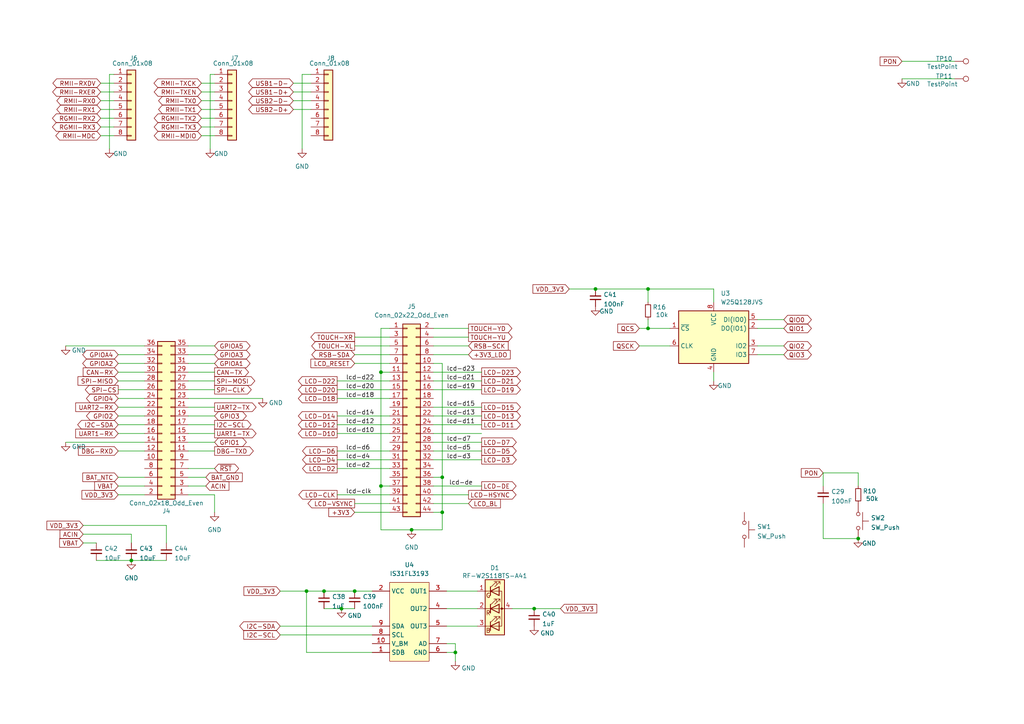
<source format=kicad_sch>
(kicad_sch (version 20250114) (generator "eeschema") (generator_version "9.0")
  (paper "A4")
  (lib_symbols
    (symbol "Connector:TestPoint" (pin_numbers (hide yes)) (pin_names (offset 0.762) (hide yes))
      (property "Reference" "TP" (at 0 6.858 0))
      (property "Value" "TestPoint" (at 0 5.08 0))
      (symbol "TestPoint_0_1"
        (circle (center 0 3.302) (radius 0.762))
      )
      (symbol "TestPoint_1_1"
        (pin passive line (at 0 0 90) (length 2.54) (name "1") (number "1"))
      )
    )
    (symbol "Connector_Generic:Conn_01x08" (pin_names (offset 1.016) (hide yes))
      (property "Reference" "J" (at 0 10.16 0))
      (property "Value" "Conn_01x08" (at 0 -12.7 0))
      (symbol "Conn_01x08_1_1"
        (rectangle (start -1.27 8.89) (end 1.27 -11.43) (stroke (width 0.254)) (fill (type background)))
        (rectangle (start -1.27 7.747) (end 0 7.493) (stroke (width 0.1524)))
        (rectangle (start -1.27 5.207) (end 0 4.953) (stroke (width 0.1524)))
        (rectangle (start -1.27 2.667) (end 0 2.413) (stroke (width 0.1524)))
        (rectangle (start -1.27 0.127) (end 0 -0.127) (stroke (width 0.1524)))
        (rectangle (start -1.27 -2.413) (end 0 -2.667) (stroke (width 0.1524)))
        (rectangle (start -1.27 -4.953) (end 0 -5.207) (stroke (width 0.1524)))
        (rectangle (start -1.27 -7.493) (end 0 -7.747) (stroke (width 0.1524)))
        (rectangle (start -1.27 -10.033) (end 0 -10.287) (stroke (width 0.1524)))
        (pin passive line (at -5.08 7.62 0) (length 3.81) (name "Pin_1") (number "1"))
        (pin passive line (at -5.08 5.08 0) (length 3.81) (name "Pin_2") (number "2"))
        (pin passive line (at -5.08 2.54 0) (length 3.81) (name "Pin_3") (number "3"))
        (pin passive line (at -5.08 0 0) (length 3.81) (name "Pin_4") (number "4"))
        (pin passive line (at -5.08 -2.54 0) (length 3.81) (name "Pin_5") (number "5"))
        (pin passive line (at -5.08 -5.08 0) (length 3.81) (name "Pin_6") (number "6"))
        (pin passive line (at -5.08 -7.62 0) (length 3.81) (name "Pin_7") (number "7"))
        (pin passive line (at -5.08 -10.16 0) (length 3.81) (name "Pin_8") (number "8"))
      )
    )
    (symbol "Connector_Generic:Conn_02x18_Odd_Even" (pin_names (offset 1.016) (hide yes))
      (property "Reference" "J" (at 1.27 22.86 0))
      (property "Value" "Conn_02x18_Odd_Even" (at 1.27 -25.4 0))
      (symbol "Conn_02x18_Odd_Even_1_1"
        (rectangle (start -1.27 21.59) (end 3.81 -24.13) (stroke (width 0.254)) (fill (type background)))
        (rectangle (start -1.27 20.447) (end 0 20.193) (stroke (width 0.1524)))
        (rectangle (start -1.27 17.907) (end 0 17.653) (stroke (width 0.1524)))
        (rectangle (start -1.27 15.367) (end 0 15.113) (stroke (width 0.1524)))
        (rectangle (start -1.27 12.827) (end 0 12.573) (stroke (width 0.1524)))
        (rectangle (start -1.27 10.287) (end 0 10.033) (stroke (width 0.1524)))
        (rectangle (start -1.27 7.747) (end 0 7.493) (stroke (width 0.1524)))
        (rectangle (start -1.27 5.207) (end 0 4.953) (stroke (width 0.1524)))
        (rectangle (start -1.27 2.667) (end 0 2.413) (stroke (width 0.1524)))
        (rectangle (start -1.27 0.127) (end 0 -0.127) (stroke (width 0.1524)))
        (rectangle (start -1.27 -2.413) (end 0 -2.667) (stroke (width 0.1524)))
        (rectangle (start -1.27 -4.953) (end 0 -5.207) (stroke (width 0.1524)))
        (rectangle (start -1.27 -7.493) (end 0 -7.747) (stroke (width 0.1524)))
        (rectangle (start -1.27 -10.033) (end 0 -10.287) (stroke (width 0.1524)))
        (rectangle (start -1.27 -12.573) (end 0 -12.827) (stroke (width 0.1524)))
        (rectangle (start -1.27 -15.113) (end 0 -15.367) (stroke (width 0.1524)))
        (rectangle (start -1.27 -17.653) (end 0 -17.907) (stroke (width 0.1524)))
        (rectangle (start -1.27 -20.193) (end 0 -20.447) (stroke (width 0.1524)))
        (rectangle (start -1.27 -22.733) (end 0 -22.987) (stroke (width 0.1524)))
        (rectangle (start 3.81 20.447) (end 2.54 20.193) (stroke (width 0.1524)))
        (rectangle (start 3.81 17.907) (end 2.54 17.653) (stroke (width 0.1524)))
        (rectangle (start 3.81 15.367) (end 2.54 15.113) (stroke (width 0.1524)))
        (rectangle (start 3.81 12.827) (end 2.54 12.573) (stroke (width 0.1524)))
        (rectangle (start 3.81 10.287) (end 2.54 10.033) (stroke (width 0.1524)))
        (rectangle (start 3.81 7.747) (end 2.54 7.493) (stroke (width 0.1524)))
        (rectangle (start 3.81 5.207) (end 2.54 4.953) (stroke (width 0.1524)))
        (rectangle (start 3.81 2.667) (end 2.54 2.413) (stroke (width 0.1524)))
        (rectangle (start 3.81 0.127) (end 2.54 -0.127) (stroke (width 0.1524)))
        (rectangle (start 3.81 -2.413) (end 2.54 -2.667) (stroke (width 0.1524)))
        (rectangle (start 3.81 -4.953) (end 2.54 -5.207) (stroke (width 0.1524)))
        (rectangle (start 3.81 -7.493) (end 2.54 -7.747) (stroke (width 0.1524)))
        (rectangle (start 3.81 -10.033) (end 2.54 -10.287) (stroke (width 0.1524)))
        (rectangle (start 3.81 -12.573) (end 2.54 -12.827) (stroke (width 0.1524)))
        (rectangle (start 3.81 -15.113) (end 2.54 -15.367) (stroke (width 0.1524)))
        (rectangle (start 3.81 -17.653) (end 2.54 -17.907) (stroke (width 0.1524)))
        (rectangle (start 3.81 -20.193) (end 2.54 -20.447) (stroke (width 0.1524)))
        (rectangle (start 3.81 -22.733) (end 2.54 -22.987) (stroke (width 0.1524)))
        (pin passive line (at -5.08 20.32 0) (length 3.81) (name "Pin_1") (number "1"))
        (pin passive line (at -5.08 17.78 0) (length 3.81) (name "Pin_3") (number "3"))
        (pin passive line (at -5.08 15.24 0) (length 3.81) (name "Pin_5") (number "5"))
        (pin passive line (at -5.08 12.7 0) (length 3.81) (name "Pin_7") (number "7"))
        (pin passive line (at -5.08 10.16 0) (length 3.81) (name "Pin_9") (number "9"))
        (pin passive line (at -5.08 7.62 0) (length 3.81) (name "Pin_11") (number "11"))
        (pin passive line (at -5.08 5.08 0) (length 3.81) (name "Pin_13") (number "13"))
        (pin passive line (at -5.08 2.54 0) (length 3.81) (name "Pin_15") (number "15"))
        (pin passive line (at -5.08 0 0) (length 3.81) (name "Pin_17") (number "17"))
        (pin passive line (at -5.08 -2.54 0) (length 3.81) (name "Pin_19") (number "19"))
        (pin passive line (at -5.08 -5.08 0) (length 3.81) (name "Pin_21") (number "21"))
        (pin passive line (at -5.08 -7.62 0) (length 3.81) (name "Pin_23") (number "23"))
        (pin passive line (at -5.08 -10.16 0) (length 3.81) (name "Pin_25") (number "25"))
        (pin passive line (at -5.08 -12.7 0) (length 3.81) (name "Pin_27") (number "27"))
        (pin passive line (at -5.08 -15.24 0) (length 3.81) (name "Pin_29") (number "29"))
        (pin passive line (at -5.08 -17.78 0) (length 3.81) (name "Pin_31") (number "31"))
        (pin passive line (at -5.08 -20.32 0) (length 3.81) (name "Pin_33") (number "33"))
        (pin passive line (at -5.08 -22.86 0) (length 3.81) (name "Pin_35") (number "35"))
        (pin passive line (at 7.62 20.32 180) (length 3.81) (name "Pin_2") (number "2"))
        (pin passive line (at 7.62 17.78 180) (length 3.81) (name "Pin_4") (number "4"))
        (pin passive line (at 7.62 15.24 180) (length 3.81) (name "Pin_6") (number "6"))
        (pin passive line (at 7.62 12.7 180) (length 3.81) (name "Pin_8") (number "8"))
        (pin passive line (at 7.62 10.16 180) (length 3.81) (name "Pin_10") (number "10"))
        (pin passive line (at 7.62 7.62 180) (length 3.81) (name "Pin_12") (number "12"))
        (pin passive line (at 7.62 5.08 180) (length 3.81) (name "Pin_14") (number "14"))
        (pin passive line (at 7.62 2.54 180) (length 3.81) (name "Pin_16") (number "16"))
        (pin passive line (at 7.62 0 180) (length 3.81) (name "Pin_18") (number "18"))
        (pin passive line (at 7.62 -2.54 180) (length 3.81) (name "Pin_20") (number "20"))
        (pin passive line (at 7.62 -5.08 180) (length 3.81) (name "Pin_22") (number "22"))
        (pin passive line (at 7.62 -7.62 180) (length 3.81) (name "Pin_24") (number "24"))
        (pin passive line (at 7.62 -10.16 180) (length 3.81) (name "Pin_26") (number "26"))
        (pin passive line (at 7.62 -12.7 180) (length 3.81) (name "Pin_28") (number "28"))
        (pin passive line (at 7.62 -15.24 180) (length 3.81) (name "Pin_30") (number "30"))
        (pin passive line (at 7.62 -17.78 180) (length 3.81) (name "Pin_32") (number "32"))
        (pin passive line (at 7.62 -20.32 180) (length 3.81) (name "Pin_34") (number "34"))
        (pin passive line (at 7.62 -22.86 180) (length 3.81) (name "Pin_36") (number "36"))
      )
    )
    (symbol "Connector_Generic:Conn_02x22_Odd_Even" (pin_names (offset 1.016) (hide yes))
      (property "Reference" "J" (at 1.27 27.94 0))
      (property "Value" "Conn_02x22_Odd_Even" (at 1.27 -30.48 0))
      (symbol "Conn_02x22_Odd_Even_1_1"
        (rectangle (start -1.27 26.67) (end 3.81 -29.21) (stroke (width 0.254)) (fill (type background)))
        (rectangle (start -1.27 25.527) (end 0 25.273) (stroke (width 0.1524)))
        (rectangle (start -1.27 22.987) (end 0 22.733) (stroke (width 0.1524)))
        (rectangle (start -1.27 20.447) (end 0 20.193) (stroke (width 0.1524)))
        (rectangle (start -1.27 17.907) (end 0 17.653) (stroke (width 0.1524)))
        (rectangle (start -1.27 15.367) (end 0 15.113) (stroke (width 0.1524)))
        (rectangle (start -1.27 12.827) (end 0 12.573) (stroke (width 0.1524)))
        (rectangle (start -1.27 10.287) (end 0 10.033) (stroke (width 0.1524)))
        (rectangle (start -1.27 7.747) (end 0 7.493) (stroke (width 0.1524)))
        (rectangle (start -1.27 5.207) (end 0 4.953) (stroke (width 0.1524)))
        (rectangle (start -1.27 2.667) (end 0 2.413) (stroke (width 0.1524)))
        (rectangle (start -1.27 0.127) (end 0 -0.127) (stroke (width 0.1524)))
        (rectangle (start -1.27 -2.413) (end 0 -2.667) (stroke (width 0.1524)))
        (rectangle (start -1.27 -4.953) (end 0 -5.207) (stroke (width 0.1524)))
        (rectangle (start -1.27 -7.493) (end 0 -7.747) (stroke (width 0.1524)))
        (rectangle (start -1.27 -10.033) (end 0 -10.287) (stroke (width 0.1524)))
        (rectangle (start -1.27 -12.573) (end 0 -12.827) (stroke (width 0.1524)))
        (rectangle (start -1.27 -15.113) (end 0 -15.367) (stroke (width 0.1524)))
        (rectangle (start -1.27 -17.653) (end 0 -17.907) (stroke (width 0.1524)))
        (rectangle (start -1.27 -20.193) (end 0 -20.447) (stroke (width 0.1524)))
        (rectangle (start -1.27 -22.733) (end 0 -22.987) (stroke (width 0.1524)))
        (rectangle (start -1.27 -25.273) (end 0 -25.527) (stroke (width 0.1524)))
        (rectangle (start -1.27 -27.813) (end 0 -28.067) (stroke (width 0.1524)))
        (rectangle (start 3.81 25.527) (end 2.54 25.273) (stroke (width 0.1524)))
        (rectangle (start 3.81 22.987) (end 2.54 22.733) (stroke (width 0.1524)))
        (rectangle (start 3.81 20.447) (end 2.54 20.193) (stroke (width 0.1524)))
        (rectangle (start 3.81 17.907) (end 2.54 17.653) (stroke (width 0.1524)))
        (rectangle (start 3.81 15.367) (end 2.54 15.113) (stroke (width 0.1524)))
        (rectangle (start 3.81 12.827) (end 2.54 12.573) (stroke (width 0.1524)))
        (rectangle (start 3.81 10.287) (end 2.54 10.033) (stroke (width 0.1524)))
        (rectangle (start 3.81 7.747) (end 2.54 7.493) (stroke (width 0.1524)))
        (rectangle (start 3.81 5.207) (end 2.54 4.953) (stroke (width 0.1524)))
        (rectangle (start 3.81 2.667) (end 2.54 2.413) (stroke (width 0.1524)))
        (rectangle (start 3.81 0.127) (end 2.54 -0.127) (stroke (width 0.1524)))
        (rectangle (start 3.81 -2.413) (end 2.54 -2.667) (stroke (width 0.1524)))
        (rectangle (start 3.81 -4.953) (end 2.54 -5.207) (stroke (width 0.1524)))
        (rectangle (start 3.81 -7.493) (end 2.54 -7.747) (stroke (width 0.1524)))
        (rectangle (start 3.81 -10.033) (end 2.54 -10.287) (stroke (width 0.1524)))
        (rectangle (start 3.81 -12.573) (end 2.54 -12.827) (stroke (width 0.1524)))
        (rectangle (start 3.81 -15.113) (end 2.54 -15.367) (stroke (width 0.1524)))
        (rectangle (start 3.81 -17.653) (end 2.54 -17.907) (stroke (width 0.1524)))
        (rectangle (start 3.81 -20.193) (end 2.54 -20.447) (stroke (width 0.1524)))
        (rectangle (start 3.81 -22.733) (end 2.54 -22.987) (stroke (width 0.1524)))
        (rectangle (start 3.81 -25.273) (end 2.54 -25.527) (stroke (width 0.1524)))
        (rectangle (start 3.81 -27.813) (end 2.54 -28.067) (stroke (width 0.1524)))
        (pin passive line (at -5.08 25.4 0) (length 3.81) (name "Pin_1") (number "1"))
        (pin passive line (at -5.08 22.86 0) (length 3.81) (name "Pin_3") (number "3"))
        (pin passive line (at -5.08 20.32 0) (length 3.81) (name "Pin_5") (number "5"))
        (pin passive line (at -5.08 17.78 0) (length 3.81) (name "Pin_7") (number "7"))
        (pin passive line (at -5.08 15.24 0) (length 3.81) (name "Pin_9") (number "9"))
        (pin passive line (at -5.08 12.7 0) (length 3.81) (name "Pin_11") (number "11"))
        (pin passive line (at -5.08 10.16 0) (length 3.81) (name "Pin_13") (number "13"))
        (pin passive line (at -5.08 7.62 0) (length 3.81) (name "Pin_15") (number "15"))
        (pin passive line (at -5.08 5.08 0) (length 3.81) (name "Pin_17") (number "17"))
        (pin passive line (at -5.08 2.54 0) (length 3.81) (name "Pin_19") (number "19"))
        (pin passive line (at -5.08 0 0) (length 3.81) (name "Pin_21") (number "21"))
        (pin passive line (at -5.08 -2.54 0) (length 3.81) (name "Pin_23") (number "23"))
        (pin passive line (at -5.08 -5.08 0) (length 3.81) (name "Pin_25") (number "25"))
        (pin passive line (at -5.08 -7.62 0) (length 3.81) (name "Pin_27") (number "27"))
        (pin passive line (at -5.08 -10.16 0) (length 3.81) (name "Pin_29") (number "29"))
        (pin passive line (at -5.08 -12.7 0) (length 3.81) (name "Pin_31") (number "31"))
        (pin passive line (at -5.08 -15.24 0) (length 3.81) (name "Pin_33") (number "33"))
        (pin passive line (at -5.08 -17.78 0) (length 3.81) (name "Pin_35") (number "35"))
        (pin passive line (at -5.08 -20.32 0) (length 3.81) (name "Pin_37") (number "37"))
        (pin passive line (at -5.08 -22.86 0) (length 3.81) (name "Pin_39") (number "39"))
        (pin passive line (at -5.08 -25.4 0) (length 3.81) (name "Pin_41") (number "41"))
        (pin passive line (at -5.08 -27.94 0) (length 3.81) (name "Pin_43") (number "43"))
        (pin passive line (at 7.62 25.4 180) (length 3.81) (name "Pin_2") (number "2"))
        (pin passive line (at 7.62 22.86 180) (length 3.81) (name "Pin_4") (number "4"))
        (pin passive line (at 7.62 20.32 180) (length 3.81) (name "Pin_6") (number "6"))
        (pin passive line (at 7.62 17.78 180) (length 3.81) (name "Pin_8") (number "8"))
        (pin passive line (at 7.62 15.24 180) (length 3.81) (name "Pin_10") (number "10"))
        (pin passive line (at 7.62 12.7 180) (length 3.81) (name "Pin_12") (number "12"))
        (pin passive line (at 7.62 10.16 180) (length 3.81) (name "Pin_14") (number "14"))
        (pin passive line (at 7.62 7.62 180) (length 3.81) (name "Pin_16") (number "16"))
        (pin passive line (at 7.62 5.08 180) (length 3.81) (name "Pin_18") (number "18"))
        (pin passive line (at 7.62 2.54 180) (length 3.81) (name "Pin_20") (number "20"))
        (pin passive line (at 7.62 0 180) (length 3.81) (name "Pin_22") (number "22"))
        (pin passive line (at 7.62 -2.54 180) (length 3.81) (name "Pin_24") (number "24"))
        (pin passive line (at 7.62 -5.08 180) (length 3.81) (name "Pin_26") (number "26"))
        (pin passive line (at 7.62 -7.62 180) (length 3.81) (name "Pin_28") (number "28"))
        (pin passive line (at 7.62 -10.16 180) (length 3.81) (name "Pin_30") (number "30"))
        (pin passive line (at 7.62 -12.7 180) (length 3.81) (name "Pin_32") (number "32"))
        (pin passive line (at 7.62 -15.24 180) (length 3.81) (name "Pin_34") (number "34"))
        (pin passive line (at 7.62 -17.78 180) (length 3.81) (name "Pin_36") (number "36"))
        (pin passive line (at 7.62 -20.32 180) (length 3.81) (name "Pin_38") (number "38"))
        (pin passive line (at 7.62 -22.86 180) (length 3.81) (name "Pin_40") (number "40"))
        (pin passive line (at 7.62 -25.4 180) (length 3.81) (name "Pin_42") (number "42"))
        (pin passive line (at 7.62 -27.94 180) (length 3.81) (name "Pin_44") (number "44"))
      )
    )
    (symbol "Device:C_Small" (pin_numbers (hide yes)) (pin_names (offset 0.254) (hide yes))
      (property "Reference" "C" (at 0.254 1.778 0))
      (property "Value" "C_Small" (at 0.254 -2.032 0))
      (symbol "C_Small_0_1"
        (polyline (pts (xy -1.524 0.508) (xy 1.524 0.508)) (stroke (width 0.3048)))
        (polyline (pts (xy -1.524 -0.508) (xy 1.524 -0.508)) (stroke (width 0.3302)))
      )
      (symbol "C_Small_1_1"
        (pin passive line (at 0 2.54 270) (length 2.032) (name "~") (number "1"))
        (pin passive line (at 0 -2.54 90) (length 2.032) (name "~") (number "2"))
      )
    )
    (symbol "Device:R_Small" (pin_numbers (hide yes)) (pin_names (offset 0.254) (hide yes))
      (property "Reference" "R" (at 0.762 0.508 0))
      (property "Value" "R_Small" (at 0.762 -1.016 0))
      (symbol "R_Small_0_1"
        (rectangle (start -0.762 1.778) (end 0.762 -1.778) (stroke (width 0.2032)))
      )
      (symbol "R_Small_1_1"
        (pin passive line (at 0 2.54 270) (length 0.762) (name "~") (number "1"))
        (pin passive line (at 0 -2.54 90) (length 0.762) (name "~") (number "2"))
      )
    )
    (symbol "Memory_Flash:W25Q128JVS"
      (property "Reference" "U" (at -8.89 8.89 0))
      (property "Value" "W25Q128JVS" (at 7.62 8.89 0))
      (symbol "W25Q128JVS_0_1"
        (rectangle (start -10.16 7.62) (end 10.16 -7.62) (stroke (width 0.254)) (fill (type background)))
      )
      (symbol "W25Q128JVS_1_1"
        (pin input line (at -12.7 2.54 0) (length 2.54) (name "~{CS}") (number "1"))
        (pin input line (at -12.7 -2.54 0) (length 2.54) (name "CLK") (number "6"))
        (pin power_in line (at 0 10.16 270) (length 2.54) (name "VCC") (number "8"))
        (pin power_in line (at 0 -10.16 90) (length 2.54) (name "GND") (number "4"))
        (pin bidirectional line (at 12.7 5.08 180) (length 2.54) (name "DI(IO0)") (number "5"))
        (pin bidirectional line (at 12.7 2.54 180) (length 2.54) (name "DO(IO1)") (number "2"))
        (pin bidirectional line (at 12.7 -2.54 180) (length 2.54) (name "IO2") (number "3"))
        (pin bidirectional line (at 12.7 -5.08 180) (length 2.54) (name "IO3") (number "7"))
      )
    )
    (symbol "Switch:SW_Push" (pin_numbers (hide yes)) (pin_names (offset 1.016) (hide yes))
      (property "Reference" "SW" (at 1.27 2.54 0))
      (property "Value" "SW_Push" (at 0 -1.524 0))
      (symbol "SW_Push_0_1"
        (circle (center -2.032 0) (radius 0.508))
        (polyline (pts (xy 0 1.27) (xy 0 3.048)))
        (circle (center 2.032 0) (radius 0.508))
        (polyline (pts (xy 2.54 1.27) (xy -2.54 1.27)))
        (pin passive line (at -5.08 0 0) (length 2.54) (name "1") (number "1"))
        (pin passive line (at 5.08 0 180) (length 2.54) (name "2") (number "2"))
      )
    )
    (symbol "issi:IS31FL3193"
      (property "Reference" "U" (at 0 6.35 0))
      (property "Value" "IS31FL3193" (at 0 3.81 0))
      (symbol "IS31FL3193_0_1"
        (rectangle (start -6.35 0) (end 5.08 -22.86) (stroke (width 0.1524)) (fill (type background)))
      )
      (symbol "IS31FL3193_1_1"
        (pin input line (at -11.43 -2.54 0) (length 5.08) (name "VCC") (number "2"))
        (pin input line (at -11.43 -12.7 0) (length 5.08) (name "SDA") (number "9"))
        (pin input line (at -11.43 -15.24 0) (length 5.08) (name "SCL") (number "8"))
        (pin input line (at -11.43 -17.78 0) (length 5.08) (name "V_BM") (number "10"))
        (pin input line (at -11.43 -20.32 0) (length 5.08) (name "SDB") (number "1"))
        (pin input line (at 10.16 -2.54 180) (length 5.08) (name "OUT1") (number "3"))
        (pin input line (at 10.16 -7.62 180) (length 5.08) (name "OUT2") (number "4"))
        (pin input line (at 10.16 -12.7 180) (length 5.08) (name "OUT3") (number "5"))
        (pin input line (at 10.16 -17.78 180) (length 5.08) (name "AD") (number "7"))
        (pin input line (at 10.16 -20.32 180) (length 5.08) (hide yes) (name "GND") (number "11"))
        (pin input line (at 10.16 -20.32 180) (length 5.08) (name "GND") (number "6"))
      )
    )
    (symbol "led-refond:RF-W2S118TS-A41" (pin_names (offset 0) (hide yes))
      (property "Reference" "D" (at 0 9.398 0))
      (property "Value" "RF-W2S118TS-A41" (at 0 -8.89 0))
      (symbol "RF-W2S118TS-A41_0_0"
        (text "G" (at -1.905 3.81 0) (effects (font (size 1.27 1.27))))
        (text "R" (at -1.905 -1.27 0) (effects (font (size 1.27 1.27))))
        (text "B" (at -1.905 -6.35 0) (effects (font (size 1.27 1.27))))
      )
      (symbol "RF-W2S118TS-A41_0_1"
        (polyline (pts (xy -1.27 6.35) (xy -1.27 3.81)) (stroke (width 0.254)))
        (polyline (pts (xy -1.27 6.35) (xy -1.27 3.81) (xy -1.27 3.81)))
        (polyline (pts (xy -1.27 5.08) (xy -2.54 5.08)))
        (polyline (pts (xy -1.27 5.08) (xy 1.27 5.08)))
        (polyline (pts (xy -1.27 1.27) (xy -1.27 -1.27)) (stroke (width 0.254)))
        (polyline (pts (xy -1.27 1.27) (xy -1.27 -1.27) (xy -1.27 -1.27)))
        (polyline (pts (xy -1.27 0) (xy -2.54 0)))
        (polyline (pts (xy -1.27 -3.81) (xy -1.27 -6.35)) (stroke (width 0.254)))
        (polyline (pts (xy -1.27 -5.08) (xy -2.54 -5.08)))
        (polyline (pts (xy -1.27 -5.08) (xy 1.27 -5.08)))
        (polyline (pts (xy -1.016 6.35) (xy 0.508 7.874) (xy -0.254 7.874) (xy 0.508 7.874) (xy 0.508 7.112)))
        (polyline (pts (xy -1.016 1.27) (xy 0.508 2.794) (xy -0.254 2.794) (xy 0.508 2.794) (xy 0.508 2.032)))
        (polyline (pts (xy -1.016 -3.81) (xy 0.508 -2.286) (xy -0.254 -2.286) (xy 0.508 -2.286) (xy 0.508 -3.048)))
        (polyline (pts (xy 0 6.35) (xy 1.524 7.874) (xy 0.762 7.874) (xy 1.524 7.874) (xy 1.524 7.112)))
        (polyline (pts (xy 0 1.27) (xy 1.524 2.794) (xy 0.762 2.794) (xy 1.524 2.794) (xy 1.524 2.032)))
        (polyline (pts (xy 0 -3.81) (xy 1.524 -2.286) (xy 0.762 -2.286) (xy 1.524 -2.286) (xy 1.524 -3.048)))
        (polyline (pts (xy 1.27 6.35) (xy 1.27 3.81) (xy -1.27 5.08) (xy 1.27 6.35)) (stroke (width 0.254)))
        (rectangle (start 1.27 6.35) (end 1.27 6.35))
        (rectangle (start 1.27 3.81) (end 1.27 6.35))
        (polyline (pts (xy 1.27 1.27) (xy 1.27 -1.27) (xy -1.27 0) (xy 1.27 1.27)) (stroke (width 0.254)))
        (rectangle (start 1.27 1.27) (end 1.27 1.27))
        (polyline (pts (xy 1.27 0) (xy -1.27 0)))
        (polyline (pts (xy 1.27 0) (xy 2.54 0)))
        (rectangle (start 1.27 -1.27) (end 1.27 1.27))
        (polyline (pts (xy 1.27 -3.81) (xy 1.27 -6.35) (xy -1.27 -5.08) (xy 1.27 -3.81)) (stroke (width 0.254)))
        (polyline (pts (xy 1.27 -5.08) (xy 2.032 -5.08) (xy 2.032 5.08) (xy 1.27 5.08)))
        (circle (center 2.032 0) (radius 0.254) (fill (type outline)))
        (rectangle (start 2.794 8.382) (end -2.794 -7.62) (stroke (width 0.254)) (fill (type background)))
      )
      (symbol "RF-W2S118TS-A41_1_1"
        (pin passive line (at -5.08 5.08 0) (length 2.54) (name "GK") (number "1"))
        (pin passive line (at -5.08 0 0) (length 2.54) (name "RK") (number "2"))
        (pin passive line (at -5.08 -5.08 0) (length 2.54) (name "BK") (number "3"))
        (pin passive line (at 5.08 0 180) (length 2.54) (name "A") (number "4"))
      )
    )
    (symbol "power:GND" (power) (pin_names (offset 0))
      (property "Value" "GND" (at 0 -3.81 0))
      (symbol "GND_0_1"
        (polyline (pts (xy 0 0) (xy 0 -1.27) (xy 1.27 -1.27) (xy 0 -2.54) (xy -1.27 -1.27) (xy 0 -1.27)))
      )
      (symbol "GND_1_1"
        (pin power_in line (at 0 0 270) (length 0) (hide yes) (name "GND") (number "1"))
      )
    )
  )
  (junction (at 154.94 176.53))
  (junction (at 99.06 176.53))
  (junction (at 187.96 95.25))
  (junction (at 187.96 83.82))
  (junction (at 88.9 171.45))
  (junction (at 128.27 138.43))
  (junction (at 110.49 140.97))
  (junction (at 93.98 171.45))
  (junction (at 132.08 189.23))
  (junction (at 128.27 148.59))
  (junction (at 119.38 153.67))
  (junction (at 172.72 83.82))
  (junction (at 38.1 162.56))
  (junction (at 102.87 171.45))
  (junction (at 110.49 107.95))
  (junction (at 248.92 156.21))
  (wire (pts (xy 165.1 83.82) (xy 172.72 83.82)))
  (wire (pts (xy 132.08 186.69) (xy 132.08 189.23)))
  (wire (pts (xy 24.13 152.4) (xy 48.26 152.4)))
  (wire (pts (xy 129.54 189.23) (xy 132.08 189.23)))
  (wire (pts (xy 34.29 123.19) (xy 41.91 123.19)))
  (wire (pts (xy 261.62 22.86) (xy 276.86 22.86)))
  (wire (pts (xy 58.42 31.75) (xy 62.23 31.75)))
  (wire (pts (xy 38.1 162.56) (xy 48.26 162.56)))
  (wire (pts (xy 34.29 115.57) (xy 41.91 115.57)))
  (wire (pts (xy 58.42 24.13) (xy 62.23 24.13)))
  (wire (pts (xy 54.61 135.89) (xy 62.23 135.89)))
  (wire (pts (xy 19.05 128.27) (xy 41.91 128.27)))
  (wire (pts (xy 125.73 118.11) (xy 139.7 118.11)))
  (wire (pts (xy 248.92 140.97) (xy 248.92 137.16)))
  (wire (pts (xy 54.61 113.03) (xy 62.23 113.03)))
  (wire (pts (xy 29.21 34.29) (xy 33.02 34.29)))
  (wire (pts (xy 27.94 162.56) (xy 38.1 162.56)))
  (wire (pts (xy 102.87 102.87) (xy 113.03 102.87)))
  (wire (pts (xy 125.73 128.27) (xy 139.7 128.27)))
  (wire (pts (xy 60.96 21.59) (xy 60.96 43.18)))
  (wire (pts (xy 88.9 189.23) (xy 107.95 189.23)))
  (wire (pts (xy 187.96 83.82) (xy 187.96 87.63)))
  (wire (pts (xy 110.49 140.97) (xy 113.03 140.97)))
  (wire (pts (xy 54.61 105.41) (xy 62.23 105.41)))
  (wire (pts (xy 34.29 107.95) (xy 41.91 107.95)))
  (wire (pts (xy 125.73 148.59) (xy 128.27 148.59)))
  (wire (pts (xy 54.61 138.43) (xy 59.69 138.43)))
  (wire (pts (xy 54.61 140.97) (xy 59.69 140.97)))
  (wire (pts (xy 19.05 100.33) (xy 41.91 100.33)))
  (wire (pts (xy 29.21 24.13) (xy 33.02 24.13)))
  (wire (pts (xy 54.61 120.65) (xy 62.23 120.65)))
  (wire (pts (xy 219.71 95.25) (xy 227.33 95.25)))
  (wire (pts (xy 125.73 140.97) (xy 139.7 140.97)))
  (wire (pts (xy 62.23 21.59) (xy 60.96 21.59)))
  (wire (pts (xy 154.94 176.53) (xy 162.56 176.53)))
  (wire (pts (xy 110.49 95.25) (xy 110.49 107.95)))
  (wire (pts (xy 90.17 24.13) (xy 85.09 24.13)))
  (wire (pts (xy 90.17 29.21) (xy 85.09 29.21)))
  (wire (pts (xy 54.61 100.33) (xy 62.23 100.33)))
  (wire (pts (xy 54.61 125.73) (xy 62.23 125.73)))
  (wire (pts (xy 97.79 110.49) (xy 113.03 110.49)))
  (wire (pts (xy 97.79 125.73) (xy 113.03 125.73)))
  (wire (pts (xy 187.96 83.82) (xy 207.01 83.82)))
  (wire (pts (xy 34.29 102.87) (xy 41.91 102.87)))
  (wire (pts (xy 248.92 137.16) (xy 238.76 137.16)))
  (wire (pts (xy 24.13 157.48) (xy 27.94 157.48)))
  (wire (pts (xy 29.21 26.67) (xy 33.02 26.67)))
  (wire (pts (xy 187.96 92.71) (xy 187.96 95.25)))
  (wire (pts (xy 125.73 95.25) (xy 135.89 95.25)))
  (wire (pts (xy 102.87 97.79) (xy 113.03 97.79)))
  (wire (pts (xy 58.42 26.67) (xy 62.23 26.67)))
  (wire (pts (xy 81.28 184.15) (xy 107.95 184.15)))
  (wire (pts (xy 97.79 130.81) (xy 113.03 130.81)))
  (wire (pts (xy 128.27 148.59) (xy 128.27 153.67)))
  (wire (pts (xy 185.42 95.25) (xy 187.96 95.25)))
  (wire (pts (xy 34.29 110.49) (xy 41.91 110.49)))
  (wire (pts (xy 99.06 176.53) (xy 102.87 176.53)))
  (wire (pts (xy 125.73 97.79) (xy 135.89 97.79)))
  (wire (pts (xy 34.29 140.97) (xy 41.91 140.97)))
  (wire (pts (xy 29.21 36.83) (xy 33.02 36.83)))
  (wire (pts (xy 34.29 113.03) (xy 41.91 113.03)))
  (wire (pts (xy 90.17 21.59) (xy 87.63 21.59)))
  (wire (pts (xy 97.79 113.03) (xy 113.03 113.03)))
  (wire (pts (xy 58.42 29.21) (xy 62.23 29.21)))
  (wire (pts (xy 132.08 189.23) (xy 132.08 191.77)))
  (wire (pts (xy 81.28 171.45) (xy 88.9 171.45)))
  (wire (pts (xy 97.79 120.65) (xy 113.03 120.65)))
  (wire (pts (xy 129.54 181.61) (xy 138.43 181.61)))
  (wire (pts (xy 93.98 171.45) (xy 102.87 171.45)))
  (wire (pts (xy 125.73 130.81) (xy 139.7 130.81)))
  (wire (pts (xy 102.87 100.33) (xy 113.03 100.33)))
  (wire (pts (xy 29.21 29.21) (xy 33.02 29.21)))
  (wire (pts (xy 125.73 113.03) (xy 139.7 113.03)))
  (wire (pts (xy 102.87 148.59) (xy 113.03 148.59)))
  (wire (pts (xy 261.62 17.78) (xy 276.86 17.78)))
  (wire (pts (xy 125.73 102.87) (xy 135.89 102.87)))
  (wire (pts (xy 34.29 125.73) (xy 41.91 125.73)))
  (wire (pts (xy 34.29 120.65) (xy 41.91 120.65)))
  (wire (pts (xy 113.03 95.25) (xy 110.49 95.25)))
  (wire (pts (xy 97.79 143.51) (xy 113.03 143.51)))
  (wire (pts (xy 102.87 105.41) (xy 113.03 105.41)))
  (wire (pts (xy 185.42 100.33) (xy 194.31 100.33)))
  (wire (pts (xy 34.29 138.43) (xy 41.91 138.43)))
  (wire (pts (xy 125.73 125.73) (xy 139.7 125.73)))
  (wire (pts (xy 58.42 39.37) (xy 62.23 39.37)))
  (wire (pts (xy 90.17 31.75) (xy 85.09 31.75)))
  (wire (pts (xy 62.23 143.51) (xy 62.23 148.59)))
  (wire (pts (xy 54.61 143.51) (xy 62.23 143.51)))
  (wire (pts (xy 31.75 21.59) (xy 31.75 43.18)))
  (wire (pts (xy 129.54 186.69) (xy 132.08 186.69)))
  (wire (pts (xy 97.79 135.89) (xy 113.03 135.89)))
  (wire (pts (xy 125.73 138.43) (xy 128.27 138.43)))
  (wire (pts (xy 238.76 137.16) (xy 238.76 140.97)))
  (wire (pts (xy 110.49 140.97) (xy 110.49 153.67)))
  (wire (pts (xy 90.17 26.67) (xy 85.09 26.67)))
  (wire (pts (xy 110.49 107.95) (xy 113.03 107.95)))
  (wire (pts (xy 54.61 115.57) (xy 76.2 115.57)))
  (wire (pts (xy 125.73 133.35) (xy 139.7 133.35)))
  (wire (pts (xy 54.61 118.11) (xy 62.23 118.11)))
  (wire (pts (xy 29.21 39.37) (xy 33.02 39.37)))
  (wire (pts (xy 88.9 171.45) (xy 93.98 171.45)))
  (wire (pts (xy 34.29 118.11) (xy 41.91 118.11)))
  (wire (pts (xy 34.29 143.51) (xy 41.91 143.51)))
  (wire (pts (xy 29.21 31.75) (xy 33.02 31.75)))
  (wire (pts (xy 219.71 100.33) (xy 227.33 100.33)))
  (wire (pts (xy 24.13 154.94) (xy 38.1 154.94)))
  (wire (pts (xy 38.1 154.94) (xy 38.1 157.48)))
  (wire (pts (xy 97.79 123.19) (xy 113.03 123.19)))
  (wire (pts (xy 129.54 171.45) (xy 138.43 171.45)))
  (wire (pts (xy 54.61 128.27) (xy 62.23 128.27)))
  (wire (pts (xy 125.73 100.33) (xy 135.89 100.33)))
  (wire (pts (xy 110.49 107.95) (xy 110.49 140.97)))
  (wire (pts (xy 33.02 21.59) (xy 31.75 21.59)))
  (wire (pts (xy 125.73 107.95) (xy 139.7 107.95)))
  (wire (pts (xy 172.72 83.82) (xy 187.96 83.82)))
  (wire (pts (xy 97.79 133.35) (xy 113.03 133.35)))
  (wire (pts (xy 87.63 21.59) (xy 87.63 43.18)))
  (wire (pts (xy 238.76 146.05) (xy 238.76 156.21)))
  (wire (pts (xy 125.73 120.65) (xy 139.7 120.65)))
  (wire (pts (xy 125.73 143.51) (xy 135.89 143.51)))
  (wire (pts (xy 48.26 152.4) (xy 48.26 157.48)))
  (wire (pts (xy 97.79 115.57) (xy 113.03 115.57)))
  (wire (pts (xy 125.73 110.49) (xy 139.7 110.49)))
  (wire (pts (xy 238.76 156.21) (xy 248.92 156.21)))
  (wire (pts (xy 88.9 171.45) (xy 88.9 189.23)))
  (wire (pts (xy 34.29 105.41) (xy 41.91 105.41)))
  (wire (pts (xy 102.87 171.45) (xy 107.95 171.45)))
  (wire (pts (xy 187.96 95.25) (xy 194.31 95.25)))
  (wire (pts (xy 125.73 105.41) (xy 128.27 105.41)))
  (wire (pts (xy 58.42 34.29) (xy 62.23 34.29)))
  (wire (pts (xy 54.61 130.81) (xy 62.23 130.81)))
  (wire (pts (xy 125.73 123.19) (xy 139.7 123.19)))
  (wire (pts (xy 110.49 153.67) (xy 119.38 153.67)))
  (wire (pts (xy 219.71 92.71) (xy 227.33 92.71)))
  (wire (pts (xy 207.01 87.63) (xy 207.01 83.82)))
  (wire (pts (xy 54.61 123.19) (xy 62.23 123.19)))
  (wire (pts (xy 129.54 176.53) (xy 138.43 176.53)))
  (wire (pts (xy 102.87 146.05) (xy 113.03 146.05)))
  (wire (pts (xy 34.29 130.81) (xy 41.91 130.81)))
  (wire (pts (xy 93.98 176.53) (xy 99.06 176.53)))
  (wire (pts (xy 128.27 105.41) (xy 128.27 138.43)))
  (wire (pts (xy 219.71 102.87) (xy 227.33 102.87)))
  (wire (pts (xy 128.27 153.67) (xy 119.38 153.67)))
  (wire (pts (xy 207.01 107.95) (xy 207.01 110.49)))
  (wire (pts (xy 58.42 36.83) (xy 62.23 36.83)))
  (wire (pts (xy 54.61 110.49) (xy 62.23 110.49)))
  (wire (pts (xy 148.59 176.53) (xy 154.94 176.53)))
  (wire (pts (xy 54.61 107.95) (xy 62.23 107.95)))
  (wire (pts (xy 128.27 138.43) (xy 128.27 148.59)))
  (wire (pts (xy 125.73 146.05) (xy 135.89 146.05)))
  (wire (pts (xy 81.28 181.61) (xy 107.95 181.61)))
  (wire (pts (xy 54.61 102.87) (xy 62.23 102.87)))
  (label "lcd-d23" (at 129.54 107.95 0))
  (label "lcd-d18" (at 100.33 115.57 0))
  (label "lcd-de" (at 137.16 140.97 180))
  (label "lcd-d14" (at 100.33 120.65 0))
  (label "lcd-d11" (at 129.54 123.19 0))
  (label "lcd-d3" (at 129.54 133.35 0))
  (label "lcd-d19" (at 129.54 113.03 0))
  (label "lcd-d13" (at 129.54 120.65 0))
  (label "lcd-clk" (at 100.33 143.51 0))
  (label "lcd-d6" (at 100.33 130.81 0))
  (label "lcd-d10" (at 100.33 125.73 0))
  (label "lcd-d5" (at 129.54 130.81 0))
  (label "lcd-d20" (at 100.33 113.03 0))
  (label "lcd-d21" (at 129.54 110.49 0))
  (label "lcd-d7" (at 129.54 128.27 0))
  (label "lcd-d2" (at 100.33 135.89 0))
  (label "lcd-d15" (at 129.54 118.11 0))
  (label "lcd-d22" (at 100.33 110.49 0))
  (label "lcd-d4" (at 100.33 133.35 0))
  (label "lcd-d12" (at 100.33 123.19 0))
  (global_label "GPIOA1" (shape bidirectional) (at 62.23 105.41 0) (property "Intersheetrefs" "${INTERSHEET_REFS}" (effects (hide yes))))
  (global_label "LCD-D20" (shape output) (at 97.79 113.03 180) (property "Intersheetrefs" "${INTERSHEET_REFS}" (effects (hide yes))))
  (global_label "LCD-D14" (shape output) (at 97.79 120.65 180) (property "Intersheetrefs" "${INTERSHEET_REFS}" (effects (hide yes))))
  (global_label "QIO3" (shape bidirectional) (at 227.33 102.87 0) (property "Intersheetrefs" "${INTERSHEET_REFS}" (effects (hide yes))))
  (global_label "LCD-D18" (shape output) (at 97.79 115.57 180) (property "Intersheetrefs" "${INTERSHEET_REFS}" (effects (hide yes))))
  (global_label "RSB-SCK" (shape input) (at 135.89 100.33 0) (property "Intersheetrefs" "${INTERSHEET_REFS}" (effects (hide yes))))
  (global_label "CAN-RX" (shape input) (at 34.29 107.95 180) (property "Intersheetrefs" "${INTERSHEET_REFS}" (effects (hide yes))))
  (global_label "VDD_3V3" (shape input) (at 34.29 143.51 180) (property "Intersheetrefs" "${INTERSHEET_REFS}" (effects (hide yes))))
  (global_label "ACIN" (shape input) (at 24.13 154.94 180) (property "Intersheetrefs" "${INTERSHEET_REFS}" (effects (hide yes))))
  (global_label "UART2-TX" (shape output) (at 62.23 118.11 0) (property "Intersheetrefs" "${INTERSHEET_REFS}" (effects (hide yes))))
  (global_label "GPIO1" (shape bidirectional) (at 62.23 128.27 0) (property "Intersheetrefs" "${INTERSHEET_REFS}" (effects (hide yes))))
  (global_label "PON" (shape input) (at 261.62 17.78 180) (property "Intersheetrefs" "${INTERSHEET_REFS}" (effects (hide yes))))
  (global_label "GPIO4" (shape bidirectional) (at 34.29 115.57 180) (property "Intersheetrefs" "${INTERSHEET_REFS}" (effects (hide yes))))
  (global_label "RMII-TX1" (shape bidirectional) (at 58.42 31.75 180) (property "Intersheetrefs" "${INTERSHEET_REFS}" (effects (hide yes))))
  (global_label "LCD-D15" (shape output) (at 139.7 118.11 0) (property "Intersheetrefs" "${INTERSHEET_REFS}" (effects (hide yes))))
  (global_label "LCD-VSYNC" (shape output) (at 102.87 146.05 180) (property "Intersheetrefs" "${INTERSHEET_REFS}" (effects (hide yes))))
  (global_label "LCD-D23" (shape output) (at 139.7 107.95 0) (property "Intersheetrefs" "${INTERSHEET_REFS}" (effects (hide yes))))
  (global_label "TOUCH-YD" (shape output) (at 135.89 95.25 0) (property "Intersheetrefs" "${INTERSHEET_REFS}" (effects (hide yes))))
  (global_label "PON" (shape input) (at 238.76 137.16 180) (property "Intersheetrefs" "${INTERSHEET_REFS}" (effects (hide yes))))
  (global_label "GPIOA3" (shape bidirectional) (at 62.23 102.87 0) (property "Intersheetrefs" "${INTERSHEET_REFS}" (effects (hide yes))))
  (global_label "TOUCH-YU" (shape output) (at 135.89 97.79 0) (property "Intersheetrefs" "${INTERSHEET_REFS}" (effects (hide yes))))
  (global_label "LCD-D12" (shape output) (at 97.79 123.19 180) (property "Intersheetrefs" "${INTERSHEET_REFS}" (effects (hide yes))))
  (global_label "RSB-SDA" (shape bidirectional) (at 102.87 102.87 180) (property "Intersheetrefs" "${INTERSHEET_REFS}" (effects (hide yes))))
  (global_label "TOUCH-XL" (shape output) (at 102.87 100.33 180) (property "Intersheetrefs" "${INTERSHEET_REFS}" (effects (hide yes))))
  (global_label "VDD_3V3" (shape input) (at 165.1 83.82 180) (property "Intersheetrefs" "${INTERSHEET_REFS}" (effects (hide yes))))
  (global_label "LCD_RESET" (shape input) (at 102.87 105.41 180) (property "Intersheetrefs" "${INTERSHEET_REFS}" (effects (hide yes))))
  (global_label "DBG-TXD" (shape output) (at 62.23 130.81 0) (property "Intersheetrefs" "${INTERSHEET_REFS}" (effects (hide yes))))
  (global_label "+3V3" (shape input) (at 102.87 148.59 180) (property "Intersheetrefs" "${INTERSHEET_REFS}" (effects (hide yes))))
  (global_label "QCS" (shape input) (at 185.42 95.25 180) (property "Intersheetrefs" "${INTERSHEET_REFS}" (effects (hide yes))))
  (global_label "LCD-D11" (shape output) (at 139.7 123.19 0) (property "Intersheetrefs" "${INTERSHEET_REFS}" (effects (hide yes))))
  (global_label "RMII-RX1" (shape bidirectional) (at 29.21 31.75 180) (property "Intersheetrefs" "${INTERSHEET_REFS}" (effects (hide yes))))
  (global_label "LCD-D2" (shape output) (at 97.79 135.89 180) (property "Intersheetrefs" "${INTERSHEET_REFS}" (effects (hide yes))))
  (global_label "RMII-RX0" (shape bidirectional) (at 29.21 29.21 180) (property "Intersheetrefs" "${INTERSHEET_REFS}" (effects (hide yes))))
  (global_label "USB2-D+" (shape bidirectional) (at 85.09 31.75 180) (property "Intersheetrefs" "${INTERSHEET_REFS}" (effects (hide yes))))
  (global_label "LCD-D10" (shape output) (at 97.79 125.73 180) (property "Intersheetrefs" "${INTERSHEET_REFS}" (effects (hide yes))))
  (global_label "CAN-TX" (shape output) (at 62.23 107.95 0) (property "Intersheetrefs" "${INTERSHEET_REFS}" (effects (hide yes))))
  (global_label "SPI-CS" (shape output) (at 34.29 113.03 180) (property "Intersheetrefs" "${INTERSHEET_REFS}" (effects (hide yes))))
  (global_label "LCD-D4" (shape output) (at 97.79 133.35 180) (property "Intersheetrefs" "${INTERSHEET_REFS}" (effects (hide yes))))
  (global_label "LCD-D19" (shape output) (at 139.7 113.03 0) (property "Intersheetrefs" "${INTERSHEET_REFS}" (effects (hide yes))))
  (global_label "VBAT" (shape input) (at 24.13 157.48 180) (property "Intersheetrefs" "${INTERSHEET_REFS}" (effects (hide yes))))
  (global_label "VDD_3V3" (shape input) (at 162.56 176.53 0) (property "Intersheetrefs" "${INTERSHEET_REFS}" (effects (hide yes))))
  (global_label "RMII-TXCK" (shape bidirectional) (at 58.42 24.13 180) (property "Intersheetrefs" "${INTERSHEET_REFS}" (effects (hide yes))))
  (global_label "QIO1" (shape bidirectional) (at 227.33 95.25 0) (property "Intersheetrefs" "${INTERSHEET_REFS}" (effects (hide yes))))
  (global_label "USB1-D-" (shape bidirectional) (at 85.09 24.13 180) (property "Intersheetrefs" "${INTERSHEET_REFS}" (effects (hide yes))))
  (global_label "LCD-D7" (shape output) (at 139.7 128.27 0) (property "Intersheetrefs" "${INTERSHEET_REFS}" (effects (hide yes))))
  (global_label "DBG-RXD" (shape input) (at 34.29 130.81 180) (property "Intersheetrefs" "${INTERSHEET_REFS}" (effects (hide yes))))
  (global_label "RGMII-TX3" (shape bidirectional) (at 58.42 36.83 180) (property "Intersheetrefs" "${INTERSHEET_REFS}" (effects (hide yes))))
  (global_label "LCD-DE" (shape output) (at 139.7 140.97 0) (property "Intersheetrefs" "${INTERSHEET_REFS}" (effects (hide yes))))
  (global_label "+3V3_LDO" (shape input) (at 135.89 102.87 0) (property "Intersheetrefs" "${INTERSHEET_REFS}" (effects (hide yes))))
  (global_label "LCD-HSYNC" (shape output) (at 135.89 143.51 0) (property "Intersheetrefs" "${INTERSHEET_REFS}" (effects (hide yes))))
  (global_label "RMII-MDIO" (shape bidirectional) (at 58.42 39.37 180) (property "Intersheetrefs" "${INTERSHEET_REFS}" (effects (hide yes))))
  (global_label "RMII-RXDV" (shape bidirectional) (at 29.21 24.13 180) (property "Intersheetrefs" "${INTERSHEET_REFS}" (effects (hide yes))))
  (global_label "SPI-CLK" (shape output) (at 62.23 113.03 0) (property "Intersheetrefs" "${INTERSHEET_REFS}" (effects (hide yes))))
  (global_label "LCD-D3" (shape output) (at 139.7 133.35 0) (property "Intersheetrefs" "${INTERSHEET_REFS}" (effects (hide yes))))
  (global_label "~{RST}" (shape bidirectional) (at 62.23 135.89 0) (property "Intersheetrefs" "${INTERSHEET_REFS}" (effects (hide yes))))
  (global_label "UART2-RX" (shape input) (at 34.29 118.11 180) (property "Intersheetrefs" "${INTERSHEET_REFS}" (effects (hide yes))))
  (global_label "I2C-SCL" (shape output) (at 62.23 123.19 0) (property "Intersheetrefs" "${INTERSHEET_REFS}" (effects (hide yes))))
  (global_label "RMII-RXER" (shape bidirectional) (at 29.21 26.67 180) (property "Intersheetrefs" "${INTERSHEET_REFS}" (effects (hide yes))))
  (global_label "GPIOA2" (shape bidirectional) (at 34.29 105.41 180) (property "Intersheetrefs" "${INTERSHEET_REFS}" (effects (hide yes))))
  (global_label "GPIOA5" (shape bidirectional) (at 62.23 100.33 0) (property "Intersheetrefs" "${INTERSHEET_REFS}" (effects (hide yes))))
  (global_label "LCD-D13" (shape output) (at 139.7 120.65 0) (property "Intersheetrefs" "${INTERSHEET_REFS}" (effects (hide yes))))
  (global_label "USB2-D-" (shape bidirectional) (at 85.09 29.21 180) (property "Intersheetrefs" "${INTERSHEET_REFS}" (effects (hide yes))))
  (global_label "QIO0" (shape bidirectional) (at 227.33 92.71 0) (property "Intersheetrefs" "${INTERSHEET_REFS}" (effects (hide yes))))
  (global_label "LCD-CLK" (shape output) (at 97.79 143.51 180) (property "Intersheetrefs" "${INTERSHEET_REFS}" (effects (hide yes))))
  (global_label "UART1-RX" (shape input) (at 34.29 125.73 180) (property "Intersheetrefs" "${INTERSHEET_REFS}" (effects (hide yes))))
  (global_label "RGMII-RX3" (shape bidirectional) (at 29.21 36.83 180) (property "Intersheetrefs" "${INTERSHEET_REFS}" (effects (hide yes))))
  (global_label "RMII-MDC" (shape bidirectional) (at 29.21 39.37 180) (property "Intersheetrefs" "${INTERSHEET_REFS}" (effects (hide yes))))
  (global_label "GPIO3" (shape bidirectional) (at 62.23 120.65 0) (property "Intersheetrefs" "${INTERSHEET_REFS}" (effects (hide yes))))
  (global_label "SPI-MOSI" (shape output) (at 62.23 110.49 0) (property "Intersheetrefs" "${INTERSHEET_REFS}" (effects (hide yes))))
  (global_label "BAT_NTC" (shape input) (at 34.29 138.43 180) (property "Intersheetrefs" "${INTERSHEET_REFS}" (effects (hide yes))))
  (global_label "I2C-SCL" (shape input) (at 81.28 184.15 180) (property "Intersheetrefs" "${INTERSHEET_REFS}" (effects (hide yes))))
  (global_label "USB1-D+" (shape bidirectional) (at 85.09 26.67 180) (property "Intersheetrefs" "${INTERSHEET_REFS}" (effects (hide yes))))
  (global_label "BAT_GND" (shape input) (at 59.69 138.43 0) (property "Intersheetrefs" "${INTERSHEET_REFS}" (effects (hide yes))))
  (global_label "RMII-TX0" (shape bidirectional) (at 58.42 29.21 180) (property "Intersheetrefs" "${INTERSHEET_REFS}" (effects (hide yes))))
  (global_label "VBAT" (shape input) (at 34.29 140.97 180) (property "Intersheetrefs" "${INTERSHEET_REFS}" (effects (hide yes))))
  (global_label "SPI-MISO" (shape input) (at 34.29 110.49 180) (property "Intersheetrefs" "${INTERSHEET_REFS}" (effects (hide yes))))
  (global_label "QIO2" (shape bidirectional) (at 227.33 100.33 0) (property "Intersheetrefs" "${INTERSHEET_REFS}" (effects (hide yes))))
  (global_label "LCD-D22" (shape output) (at 97.79 110.49 180) (property "Intersheetrefs" "${INTERSHEET_REFS}" (effects (hide yes))))
  (global_label "RGMII-RX2" (shape bidirectional) (at 29.21 34.29 180) (property "Intersheetrefs" "${INTERSHEET_REFS}" (effects (hide yes))))
  (global_label "VDD_3V3" (shape input) (at 81.28 171.45 180) (property "Intersheetrefs" "${INTERSHEET_REFS}" (effects (hide yes))))
  (global_label "LCD-D5" (shape output) (at 139.7 130.81 0) (property "Intersheetrefs" "${INTERSHEET_REFS}" (effects (hide yes))))
  (global_label "TOUCH-XR" (shape output) (at 102.87 97.79 180) (property "Intersheetrefs" "${INTERSHEET_REFS}" (effects (hide yes))))
  (global_label "LCD-D21" (shape output) (at 139.7 110.49 0) (property "Intersheetrefs" "${INTERSHEET_REFS}" (effects (hide yes))))
  (global_label "UART1-TX" (shape output) (at 62.23 125.73 0) (property "Intersheetrefs" "${INTERSHEET_REFS}" (effects (hide yes))))
  (global_label "GPIOA4" (shape bidirectional) (at 34.29 102.87 180) (property "Intersheetrefs" "${INTERSHEET_REFS}" (effects (hide yes))))
  (global_label "VDD_3V3" (shape input) (at 24.13 152.4 180) (property "Intersheetrefs" "${INTERSHEET_REFS}" (effects (hide yes))))
  (global_label "I2C-SDA" (shape bidirectional) (at 34.29 123.19 180) (property "Intersheetrefs" "${INTERSHEET_REFS}" (effects (hide yes))))
  (global_label "I2C-SDA" (shape bidirectional) (at 81.28 181.61 180) (property "Intersheetrefs" "${INTERSHEET_REFS}" (effects (hide yes))))
  (global_label "RMII-TXEN" (shape bidirectional) (at 58.42 26.67 180) (property "Intersheetrefs" "${INTERSHEET_REFS}" (effects (hide yes))))
  (global_label "ACIN" (shape input) (at 59.69 140.97 0) (property "Intersheetrefs" "${INTERSHEET_REFS}" (effects (hide yes))))
  (global_label "GPIO2" (shape bidirectional) (at 34.29 120.65 180) (property "Intersheetrefs" "${INTERSHEET_REFS}" (effects (hide yes))))
  (global_label "RGMII-TX2" (shape bidirectional) (at 58.42 34.29 180) (property "Intersheetrefs" "${INTERSHEET_REFS}" (effects (hide yes))))
  (global_label "QSCK" (shape input) (at 185.42 100.33 180) (property "Intersheetrefs" "${INTERSHEET_REFS}" (effects (hide yes))))
  (global_label "LCD_BL" (shape input) (at 135.89 146.05 0) (property "Intersheetrefs" "${INTERSHEET_REFS}" (effects (hide yes))))
  (global_label "LCD-D6" (shape output) (at 97.79 130.81 180) (property "Intersheetrefs" "${INTERSHEET_REFS}" (effects (hide yes))))
  (symbol (lib_id "power:GND") (at 31.75 43.18 0) (unit 1)
    (property "Reference" "#PWR0131" (effects (hide yes)))
    (property "Value" "GND" (at 34.925 44.5676 0))
  )
  (symbol (lib_id "power:GND") (at 132.08 191.77 0) (unit 1)
    (property "Reference" "#PWR0152" (effects (hide yes)))
    (property "Value" "GND" (at 135.89 193.7926 0))
  )
  (symbol (lib_id "power:GND") (at 172.72 88.9 0) (unit 1)
    (property "Reference" "#PWR0154" (effects (hide yes)))
    (property "Value" "GND" (at 175.895 90.2876 0))
  )
  (symbol (lib_id "power:GND") (at 19.05 128.27 0) (unit 1)
    (property "Reference" "#PWR0121" (effects (hide yes)))
    (property "Value" "GND" (at 22.86 129.54 0))
  )
  (symbol (lib_id "power:GND") (at 248.92 156.21 0) (unit 1)
    (property "Reference" "#PWR0119" (effects (hide yes)))
    (property "Value" "GND" (at 252.095 157.5976 0))
  )
  (symbol (lib_id "power:GND") (at 19.05 100.33 0) (unit 1)
    (property "Reference" "#PWR0122" (effects (hide yes)))
    (property "Value" "GND" (at 22.86 101.6 0))
  )
  (symbol (lib_id "power:GND") (at 38.1 162.56 0) (unit 1)
    (property "Reference" "#PWR0155" (effects (hide yes)))
    (property "Value" "GND" (at 38.1 167.64 0))
  )
  (symbol (lib_id "Connector_Generic:Conn_01x08") (at 38.1 29.21 0) (unit 1)
    (property "Reference" "J6" (at 37.5921 16.8715 0) (effects (justify left)))
    (property "Value" "Conn_01x08" (at 32.5121 18.3766 0) (effects (justify left)))
    (property "Footprint" "Connector_PinHeader_1.27mm:PinHeader_2x04_P1.27mm_Vertical" (effects (hide yes)))
  )
  (symbol (lib_id "Device:C_Small") (at 38.1 160.02 0) (unit 1)
    (property "Reference" "C43" (at 40.4242 159.1115 0) (effects (justify left)))
    (property "Value" "10uF" (at 40.4242 161.8866 0) (effects (justify left)))
    (property "Footprint" "Capacitor_SMD:C_0805_2012Metric" (effects (hide yes)))
  )
  (symbol (lib_id "power:GND") (at 119.38 153.67 0) (unit 1)
    (property "Reference" "#PWR0118" (effects (hide yes)))
    (property "Value" "GND" (at 119.38 158.75 0))
  )
  (symbol (lib_id "power:GND") (at 60.96 43.18 0) (unit 1)
    (property "Reference" "#PWR0132" (effects (hide yes)))
    (property "Value" "GND" (at 64.135 44.5676 0))
  )
  (symbol (lib_id "power:GND") (at 62.23 148.59 0) (unit 1)
    (property "Reference" "#PWR0124" (effects (hide yes)))
    (property "Value" "GND" (at 62.23 153.67 0))
  )
  (symbol (lib_id "Switch:SW_Push") (at 248.92 151.13 270) (unit 1)
    (property "Reference" "SW2" (at 252.6031 150.2215 90) (effects (justify left)))
    (property "Value" "SW_Push" (at 252.6031 152.9966 90) (effects (justify left)))
    (property "Footprint" "Button_Switch_SMD:SW_SPST_EVQP7C" (effects (hide yes)))
  )
  (symbol (lib_id "power:GND") (at 207.01 110.49 0) (unit 1)
    (property "Reference" "#PWR0150" (effects (hide yes)))
    (property "Value" "GND" (at 210.185 111.8776 0))
  )
  (symbol (lib_id "Connector_Generic:Conn_02x22_Odd_Even") (at 118.11 120.65 0) (unit 1)
    (property "Reference" "J5" (at 119.38 88.9 0))
    (property "Value" "Conn_02x22_Odd_Even" (at 119.38 91.44 0))
    (property "Footprint" "Connector_PinHeader_1.27mm:PinHeader_2x22_P1.27mm_Vertical" (effects (hide yes)))
  )
  (symbol (lib_id "Device:C_Small") (at 102.87 173.99 0) (unit 1)
    (property "Reference" "C39" (at 105.1942 173.0815 0) (effects (justify left)))
    (property "Value" "100nF" (at 105.1942 175.8566 0) (effects (justify left)))
    (property "Footprint" "Capacitor_SMD:C_0402_1005Metric" (effects (hide yes)))
  )
  (symbol (lib_id "Connector:TestPoint") (at 276.86 22.86 270) (unit 1)
    (property "Reference" "TP11" (at 271.3991 22.0991 90) (effects (justify left)))
    (property "Value" "TestPoint" (at 268.8591 24.3978 90) (effects (justify left)))
    (property "Footprint" "TestPoint:TestPoint_Pad_D1.0mm" (effects (hide yes)))
    (property "Datasheet" "~{}" (effects (hide yes)))
  )
  (symbol (lib_id "Switch:SW_Push") (at 215.9 153.67 270) (unit 1)
    (property "Reference" "SW1" (at 219.5831 152.7615 90) (effects (justify left)))
    (property "Value" "SW_Push" (at 219.5831 155.5366 90) (effects (justify left)))
    (property "Footprint" "Button_Switch_SMD:SW_SPST_EVQP7C" (effects (hide yes)))
  )
  (symbol (lib_id "Device:C_Small") (at 93.98 173.99 0) (unit 1)
    (property "Reference" "C38" (at 96.3042 173.0815 0) (effects (justify left)))
    (property "Value" "1uF" (at 96.3042 175.8566 0) (effects (justify left)))
    (property "Footprint" "Capacitor_SMD:C_0402_1005Metric" (effects (hide yes)))
  )
  (symbol (lib_id "power:GND") (at 76.2 115.57 0) (unit 1)
    (property "Reference" "#PWR0123" (effects (hide yes)))
    (property "Value" "GND" (at 80.01 116.84 0))
  )
  (symbol (lib_id "Device:C_Small") (at 172.72 86.36 0) (unit 1)
    (property "Reference" "C41" (at 175.0442 85.4515 0) (effects (justify left)))
    (property "Value" "100nF" (at 175.0442 88.2266 0) (effects (justify left)))
    (property "Footprint" "Capacitor_SMD:C_0402_1005Metric" (effects (hide yes)))
  )
  (symbol (lib_id "Device:C_Small") (at 238.76 143.51 0) (unit 1)
    (property "Reference" "C29" (at 241.0842 142.6015 0) (effects (justify left)))
    (property "Value" "100nF" (at 241.0842 145.3766 0) (effects (justify left)))
    (property "Footprint" "Capacitor_SMD:C_0402_1005Metric" (effects (hide yes)))
  )
  (symbol (lib_id "Device:C_Small") (at 154.94 179.07 0) (unit 1)
    (property "Reference" "C40" (at 157.2642 178.1615 0) (effects (justify left)))
    (property "Value" "1uF" (at 157.2642 180.9366 0) (effects (justify left)))
    (property "Footprint" "Capacitor_SMD:C_0402_1005Metric" (effects (hide yes)))
  )
  (symbol (lib_id "power:GND") (at 154.94 181.61 0) (unit 1)
    (property "Reference" "#PWR0151" (effects (hide yes)))
    (property "Value" "GND" (at 158.75 183.6326 0))
  )
  (symbol (lib_id "Device:R_Small") (at 248.92 143.51 180) (unit 1)
    (property "Reference" "R10" (at 252.2079 142.4443 0))
    (property "Value" "50k" (at 252.9515 144.6445 0))
    (property "Footprint" "Resistor_SMD:R_0402_1005Metric" (effects (hide yes)))
  )
  (symbol (lib_id "power:GND") (at 87.63 43.18 0) (mirror y) (unit 1)
    (property "Reference" "#PWR0147" (effects (hide yes)))
    (property "Value" "GND" (at 87.63 48.26 0))
  )
  (symbol (lib_id "led-refond:RF-W2S118TS-A41") (at 143.51 176.53 0) (unit 1)
    (property "Reference" "D1" (at 143.51 164.7148 0))
    (property "Value" "RF-W2S118TS-A41" (at 143.51 167.0135 0))
    (property "Footprint" "led:rgb-1204" (effects (hide yes)))
    (property "Datasheet" "~{{}}" (effects (hide yes)))
  )
  (symbol (lib_id "power:GND") (at 261.62 22.86 0) (unit 1)
    (property "Reference" "#PWR0149" (effects (hide yes)))
    (property "Value" "GND" (at 264.795 24.2476 0))
  )
  (symbol (lib_id "Device:R_Small") (at 187.96 90.17 180) (unit 1)
    (property "Reference" "R16" (at 191.2479 89.1043 0))
    (property "Value" "10k" (at 191.9915 91.3045 0))
    (property "Footprint" "Resistor_SMD:R_0402_1005Metric" (effects (hide yes)))
  )
  (symbol (lib_id "Device:C_Small") (at 27.94 160.02 0) (unit 1)
    (property "Reference" "C42" (at 30.2642 159.1115 0) (effects (justify left)))
    (property "Value" "10uF" (at 30.2642 161.8866 0) (effects (justify left)))
    (property "Footprint" "Capacitor_SMD:C_0805_2012Metric" (effects (hide yes)))
  )
  (symbol (lib_id "Connector_Generic:Conn_01x08") (at 95.25 29.21 0) (unit 1)
    (property "Reference" "J8" (at 94.7421 16.8715 0) (effects (justify left)))
    (property "Value" "Conn_01x08" (at 89.6621 18.3766 0) (effects (justify left)))
    (property "Footprint" "Connector_PinHeader_1.27mm:PinHeader_2x04_P1.27mm_Vertical" (effects (hide yes)))
  )
  (symbol (lib_id "Memory_Flash:W25Q128JVS") (at 207.01 97.79 0) (unit 1)
    (property "Reference" "U3" (at 209.0294 85.09 0) (effects (justify left)))
    (property "Value" "W25Q128JVS" (at 209.0294 87.63 0) (effects (justify left)))
    (property "Footprint" "Package_SO:SOIC-8_5.23x5.23mm_P1.27mm" (effects (hide yes)))
    (property "Datasheet" "http://www.winbond.com/resource-files/w25q128jv_dtr%20revc%2003272018%20plus.pdf" (effects (hide yes)))
  )
  (symbol (lib_id "issi:IS31FL3193") (at 119.38 168.91 0) (unit 1)
    (property "Reference" "U4" (at 118.745 163.83 0))
    (property "Value" "IS31FL3193" (at 118.745 166.37 0))
    (property "Footprint" "Package_DFN_QFN:DFN-10-1EP_3x3mm_P0.5mm_EP1.7x2.5mm" (effects (hide yes)))
  )
  (symbol (lib_id "Device:C_Small") (at 48.26 160.02 0) (unit 1)
    (property "Reference" "C44" (at 50.5842 159.1115 0) (effects (justify left)))
    (property "Value" "10uF" (at 50.5842 161.8866 0) (effects (justify left)))
    (property "Footprint" "Capacitor_SMD:C_0805_2012Metric" (effects (hide yes)))
  )
  (symbol (lib_id "Connector_Generic:Conn_01x08") (at 67.31 29.21 0) (unit 1)
    (property "Reference" "J7" (at 66.8021 16.8715 0) (effects (justify left)))
    (property "Value" "Conn_01x08" (at 61.7221 18.3766 0) (effects (justify left)))
    (property "Footprint" "Connector_PinHeader_1.27mm:PinHeader_2x04_P1.27mm_Vertical" (effects (hide yes)))
  )
  (symbol (lib_id "Connector_Generic:Conn_02x18_Odd_Even") (at 49.53 123.19 180) (unit 1)
    (property "Reference" "J4" (at 48.26 148.2132 0))
    (property "Value" "Conn_02x18_Odd_Even" (at 48.26 145.9145 0))
    (property "Footprint" "Connector_PinHeader_2.54mm:PinHeader_2x18_P2.54mm_Vertical" (effects (hide yes)))
    (property "Datasheet" "~{}" (effects (hide yes)))
  )
  (symbol (lib_id "power:GND") (at 99.06 176.53 0) (unit 1)
    (property "Reference" "#PWR0153" (effects (hide yes)))
    (property "Value" "GND" (at 102.87 178.5526 0))
  )
  (symbol (lib_id "Connector:TestPoint") (at 276.86 17.78 270) (unit 1)
    (property "Reference" "TP10" (at 271.3991 17.0191 90) (effects (justify left)))
    (property "Value" "TestPoint" (at 268.8591 19.3178 90) (effects (justify left)))
    (property "Footprint" "TestPoint:TestPoint_Pad_D1.0mm" (effects (hide yes)))
    (property "Datasheet" "~{}" (effects (hide yes)))
  )
)
</source>
